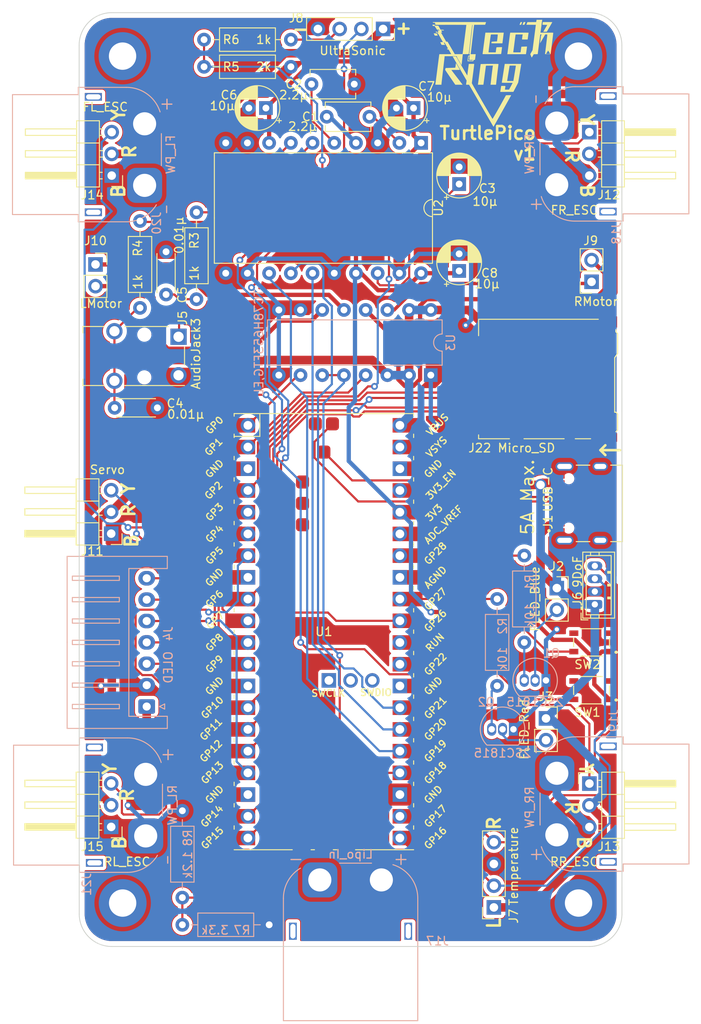
<source format=kicad_pcb>
(kicad_pcb (version 20221018) (generator pcbnew)
  (layers (0 "F.Cu" signal) (31 "B.Cu" signal) (34 "B.Paste" user) (35 "F.Paste" user) (36 "B.SilkS" user "B.Silkscreen") (37 "F.SilkS" user "F.Silkscreen") (38 "B.Mask" user) (39 "F.Mask" user) (44 "Edge.Cuts" user))
  (net 0 "")
  (net 1 "Net-(U2-CAPP)")
  (net 2 "Net-(U2-CAPM)")
  (net 3 "Net-(U2-VNEG)")
  (net 4 "GND")
  (net 5 "Net-(U2-LDOO)")
  (net 6 "Net-(C4-Pad1)")
  (net 7 "Net-(C5-Pad1)")
  (net 8 "+3.3V")
  (net 9 "+5V")
  (net 11 "Net-(J1-DP1)")
  (net 12 "Net-(J1-DN1)")
  (net 16 "Net-(J2-Pin_2)")
  (net 17 "Net-(J3-Pin_2)")
  (net 18 "/GP11")
  (net 19 "/GP10")
  (net 20 "/GP13")
  (net 21 "/GP9")
  (net 22 "/GP8")
  (net 23 "/GP16")
  (net 24 "/GP17")
  (net 25 "/GP15")
  (net 26 "Net-(J8-Pin_3)")
  (net 27 "Net-(J9-Pin_1)")
  (net 28 "Net-(J9-Pin_2)")
  (net 29 "Net-(J10-Pin_1)")
  (net 30 "Net-(J10-Pin_2)")
  (net 31 "/GP7")
  (net 32 "/GP2")
  (net 33 "/GP3")
  (net 34 "/GP4")
  (net 35 "/GP5")
  (net 36 "/GP6")
  (net 37 "/GP12")
  (net 38 "+12V")
  (net 39 "Net-(Q1-B)")
  (net 40 "Net-(Q2-B)")
  (net 41 "/GP28")
  (net 42 "/GP27")
  (net 43 "Net-(U2-OUTR)")
  (net 44 "Net-(U2-OUTL)")
  (net 45 "/GP14")
  (net 46 "/GP26")
  (net 47 "/GP22")
  (net 48 "/GP0")
  (net 49 "/GP1")
  (net 50 "/GP18")
  (net 51 "/GP19")
  (net 52 "/GP20")
  (net 53 "/GP21")
  (footprint "MountingHole:MountingHole_3.2mm_M3_DIN965_Pad" (layer "F.Cu") (at 119.38 134.62)
    (fp_text reference "REF**")
    (fp_text value "MountingHole_3.2mm_M3_DIN965_Pad")
  )
  (footprint "Resistor_THT:R_Axial_DIN0207_L6.3mm_D2.5mm_P10.16mm_Horizontal" (layer "F.Cu") (at 128.905 36.83)
    (fp_text reference "R5")
    (fp_text value "2k")
  )
  (footprint "Connector_PinHeader_2.54mm:PinHeader_1x03_P2.54mm_Horizontal" (layer "F.Cu") (at 173.99 120.65)
    (fp_text reference "J13")
    (fp_text value "RR_ESC")
  )
  (footprint "Resistor_THT:R_Axial_DIN0207_L6.3mm_D2.5mm_P10.16mm_Horizontal" (layer "F.Cu") (at 139.065 33.655 180)
    (fp_text reference "R6")
    (fp_text value "1k")
  )
  (footprint "MountingHole:MountingHole_3.2mm_M3_DIN965_Pad" (layer "F.Cu") (at 172.72 134.62)
    (fp_text reference "REF**")
    (fp_text value "MountingHole_3.2mm_M3_DIN965_Pad")
  )
  (footprint "NELTRON_5077CR-16SMC2-BK-TR:NELTRON_5077CR-16SMC2-BK-TR" (layer "F.Cu") (at 171.58 87.886 90)
    (fp_text reference "J1")
    (fp_text value "USB-C")
  )
  (footprint "Connector_Audio:Jack_3.5mm_Switronic_ST-005-G_horizontal" (layer "F.Cu") (at 119.42 70.652)
    (fp_text reference "J5")
    (fp_text value "AudioJack3")
  )
  (footprint "Connector_PinSocket_2.54mm:PinSocket_1x02_P2.54mm_Vertical" (layer "F.Cu") (at 116.205 59.944)
    (fp_text reference "J10")
    (fp_text value "LMotor")
  )
  (footprint "Connector_PinSocket_2.54mm:PinSocket_1x02_P2.54mm_Vertical" (layer "F.Cu") (at 174.244 61.976 180)
    (fp_text reference "J9")
    (fp_text value "RMotor")
  )
  (footprint "Connector_PinHeader_2.54mm:PinHeader_1x03_P2.54mm_Horizontal" (layer "F.Cu") (at 118.1 49.555 180)
    (fp_text reference "J14")
    (fp_text value "FL_ESC")
  )
  (footprint "Capacitor_THT:C_Disc_D4.3mm_W1.9mm_P5.00mm" (layer "F.Cu") (at 124.46 63.46 90)
    (fp_text reference "C5")
    (fp_text value "0.01µ")
  )
  (footprint "TechRing:TechRing" (layer "F.Cu") (at 162.532293 37.170422)
    (fp_text reference "G***")
    (fp_text value "LOGO" hide)
  )
  (footprint "SW_SKRPACE010:SW_SKRPACE010" (layer "F.Cu") (at 174.244 104.14 180)
    (fp_text reference "SW2")
    (fp_text value "SW_Push")
  )
  (footprint "Capacitor_THT:CP_Radial_D5.0mm_P2.00mm" (layer "F.Cu") (at 153.416 41.656 180)
    (fp_text reference "C7")
    (fp_text value "10µ")
  )
  (footprint "Resistor_THT:R_Axial_DIN0207_L6.3mm_D2.5mm_P10.16mm_Horizontal" (layer "F.Cu") (at 121.412 54.864 -90)
    (fp_text reference "R4")
    (fp_text value "1k")
  )
  (footprint "Capacitor_THT:C_Disc_D5.1mm_W3.2mm_P5.00mm" (layer "F.Cu") (at 148.256 42.672 180)
    (fp_text reference "C1")
    (fp_text value "2.2µ")
  )
  (footprint "Connector_PinSocket_2.54mm:PinSocket_1x04_P2.54mm_Vertical" (layer "F.Cu") (at 162.814 135.128 180)
    (fp_text reference "J7")
    (fp_text value "Temperature")
  )
  (footprint "Connector_PinHeader_2.54mm:PinHeader_1x03_P2.54mm_Horizontal" (layer "F.Cu") (at 173.98 44.475)
    (fp_text reference "J12")
    (fp_text value "FR_ESC")
  )
  (footprint "Connector_PinSocket_2.54mm:PinSocket_1x02_P2.54mm_Vertical" (layer "F.Cu") (at 168.91 113.03)
    (fp_text reference "J3")
    (fp_text value "FLED_Red")
  )
  (footprint "Connector_PinSocket_2.54mm:PinSocket_1x04_P2.54mm_Vertical" (layer "F.Cu") (at 149.85 32.41 -90)
    (fp_text reference "J8")
    (fp_text value "UltraSonic")
  )
  (footprint "Connector_PinHeader_2.54mm:PinHeader_1x03_P2.54mm_Horizontal" (layer "F.Cu") (at 118.04 91.425 180)
    (fp_text reference "J11")
    (fp_text value "Servo")
  )
  (footprint "RPi_Pico:RPi_Pico_SMD_TH" (layer "F.Cu") (at 142.9259 102.885)
    (fp_text reference "U1")
    (fp_text value "Pico")
  )
  (footprint "Connector_Card:microSD_HC_Hirose_DM3AT-SF-PEJM5" (layer "F.Cu") (at 168.91 73.35 90)
    (fp_text reference "J22")
    (fp_text value "Micro_SD")
  )
  (footprint "SW_SKRPACE010:SW_SKRPACE010" (layer "F.Cu") (at 174.244 109.728 180)
    (fp_text reference "SW1")
    (fp_text value "SW_Push")
  )
  (footprint "Capacitor_THT:CP_Radial_D5.0mm_P2.00mm" (layer "F.Cu") (at 158.75 50.546 90)
    (fp_text reference "C3")
    (fp_text value "10µ")
  )
  (footprint "Connector_PinHeader_2.54mm:PinHeader_1x03_P2.54mm_Horizontal" (layer "F.Cu") (at 118.04 125.715 180)
    (fp_text reference "J15")
    (fp_text value "RL_ESC")
  )
  (footprint "Connector_PinSocket_2.54mm:PinSocket_1x02_P2.54mm_Vertical" (layer "F.Cu") (at 170.18 97.79)
    (fp_text reference "J2")
    (fp_text value "FLED_Blue")
  )
  (footprint "PCM5102A:PCM5102A_DIP" (layer "F.Cu") (at 154.3 45.73 -90)
    (fp_text reference "U2")
    (fp_text value "PCM5102A")
  )
  (footprint "MountingHole:MountingHole_3.2mm_M3_DIN965_Pad" (layer "F.Cu") (at 119.37 35.585)
    (fp_text reference "REF**")
    (fp_text value "MountingHole_3.2mm_M3_DIN965_Pad")
  )
  (footprint "MountingHole:MountingHole_3.2mm_M3_DIN965_Pad" (layer "F.Cu") (at 172.71 35.585)
    (fp_text reference "REF**")
    (fp_text value "MountingHole_3.2mm_M3_DIN965_Pad")
  )
  (footprint "Capacitor_THT:CP_Radial_D5.0mm_P2.00mm" (layer "F.Cu") (at 158.75 60.706 90)
    (fp_text reference "C8")
    (fp_text value "10µ")
  )
  (footprint "Capacitor_THT:CP_Radial_D5.0mm_P2.00mm" (layer "F.Cu") (at 136.144 41.656 180)
    (fp_text reference "C6")
    (fp_text value "10µ")
  )
  (footprint "Resistor_THT:R_Axial_DIN0207_L6.3mm_D2.5mm_P10.16mm_Horizontal" (layer "F.Cu") (at 128.016 53.848 -90)
    (fp_text reference "R3")
    (fp_text value "1k")
  )
  (footprint "Connector_JST_ZH:JST_ZH_B4B-ZR_1x04_P1.50mm_Vertical" (layer "F.Cu") (at 174.625 99.695 90)
    (fp_text reference "J6")
    (fp_text value "9DoF")
  )
  (footprint "Capacitor_THT:C_Disc_D5.1mm_W3.2mm_P5.00mm" (layer "F.Cu") (at 141.478 38.862)
    (fp_text reference "C2")
    (fp_text value "2.2µ")
  )
  (footprint "Capacitor_THT:C_Disc_D4.3mm_W1.9mm_P5.00mm" (layer "F.Cu") (at 118.444 76.708)
    (fp_text reference "C4")
    (fp_text value "0.01µ")
  )
  (footprint "Connector_AMASS:AMASS_XT60PW-F_1x02_P7.20mm_Horizontal" (layer "B.Cu") (at 170.18 119.444 90)
    (fp_text reference "J19")
    (fp_text value "RR_PW")
  )
  (footprint "Package_DIP:DIP-16_W7.62mm" (layer "B.Cu") (at 155.433 72.888 90)
    (fp_text reference "U3")
    (fp_text value "TC78H653FTG,EL")
  )
  (footprint "Package_TO_SOT_THT:TO-92_Inline" (layer "B.Cu") (at 165.1 114.3 180)
    (fp_text reference "Q2")
    (fp_text value "2SC1815")
  )
  (footprint "Connector_AMASS:AMASS_XT60PW-F_1x02_P7.20mm_Horizontal" (layer "B.Cu") (at 121.951 50.698 -90)
    (fp_text reference "J20")
    (fp_text value "FL_PW")
  )
  (footprint "Resistor_THT:R_Axial_DIN0207_L6.3mm_D2.5mm_P10.16mm_Horizontal" (layer "B.Cu") (at 163.195 109.22 90)
    (fp_text reference "R2")
    (fp_text value "10k")
  )
  (footprint "Resistor_THT:R_Axial_DIN0207_L6.3mm_D2.5mm_P10.16mm_Horizontal" (layer "B.Cu") (at 166.37 104.14 90)
    (fp_text reference "R1")
    (fp_text value "10k")
  )
  (footprint "Connector_JST:JST_XH_S7B-XH-A_1x07_P2.50mm_Horizontal" (layer "B.Cu") (at 122.195 111.64 90)
    (fp_text reference "J4")
    (fp_text value "OLED")
  )
  (footprint "Connector_AMASS:AMASS_XT60PW-F_1x02_P7.20mm_Horizontal" (layer "B.Cu") (at 122.078 126.771 -90)
    (fp_text reference "J21")
    (fp_text value "RL_PW")
  )
  (footprint "Connector_AMASS:AMASS_XT60PW-F_1x02_P7.20mm_Horizontal" (layer "B.Cu") (at 170.17 43.415 90)
    (fp_text reference "J18")
    (fp_text value "FR_PW")
  )
  (footprint "Resistor_THT:R_Axial_DIN0207_L6.3mm_D2.5mm_P10.16mm_Horizontal" (layer "B.Cu") (at 126.365 133.985 90)
    (fp_text reference "R8")
    (fp_text value "1.2k")
  )
  (footprint "Resistor_THT:R_Axial_DIN0207_L6.3mm_D2.5mm_P10.16mm_Horizontal" (layer "B.Cu") (at 136.525 137.16 180)
    (fp_text reference "R7")
    (fp_text value "3.3k")
  )
  (footprint "Package_TO_SOT_THT:TO-92_Inline" (layer "B.Cu") (at 168.91 108.585 180)
    (fp_text reference "Q1")
    (fp_text value "2SC1815")
  )
  (footprint "Connector_AMASS:AMASS_XT60PW-M_1x02_P7.20mm_Horizontal" (layer "B.Cu") (at 142.45 131.915)
    (fp_text reference "J17")
    (fp_text value "Lipo_In")
  )
  (gr_line (start 177.79 34.315) (end 177.8 135.89) (stroke (width 0.1)) (layer "Edge.Cuts"))
  (gr_line (start 118.1 30.505) (end 173.98 30.505) (stroke (width 0.1)) (layer "Edge.Cuts"))
  (gr_line (start 173.99 139.7) (end 118.11 139.7) (stroke (width 0.1)) (layer "Edge.Cuts"))
  (gr_arc (start 173.98 30.505) (mid 176.674077 31.620923) (end 177.79 34.315) (stroke (width 0.1)) (layer "Edge.Cuts"))
  (gr_arc (start 114.29 34.315) (mid 115.405923 31.620923) (end 118.1 30.505) (stroke (width 0.1)) (layer "Edge.Cuts"))
  (gr_line (start 114.3 135.89) (end 114.29 34.315) (stroke (width 0.1)) (layer "Edge.Cuts"))
  (gr_arc (start 177.8 135.89) (mid 176.684077 138.584077) (end 173.99 139.7) (stroke (width 0.1)) (layer "Edge.Cuts"))
  (gr_arc (start 118.11 139.7) (mid 115.415923 138.584077) (end 114.3 135.89) (stroke (width 0.1)) (layer "Edge.Cuts"))
  (gr_text "Y" (at 118.745 119.761 90) (layer "F.SilkS") (effects (font (size 1.5 1.5) (thickness 0.3) bold) (justify left bottom)))
  (gr_text "5A Max." (at 167.64 91.694 90) (layer "F.SilkS") (effects (font (size 1.5 1.5) (thickness 0.1875)) (justify left bottom)))
  (gr_text "←" (at 174.371 83.185) (layer "F.SilkS") (effects (font (size 3 3) (thickness 0.3) bold) (justify left bottom)))
  (gr_text "R" (at 171.069 46.355 -90) (layer "F.SilkS") (effects (font (size 1.5 1.5) (thickness 0.3) bold) (justify left bottom)))
  (gr_text "B" (at 119.888 128.524 90) (layer "F.SilkS") (effects (font (size 1.5 1.5) (thickness 0.3) bold) (justify left bottom)))
  (gr_text "L" (at 163.703 137.795 90) (layer "F.SilkS") (effects (font (size 1.5 1.5) (thickness 0.3) bold) (justify left bottom)))
  (gr_text "R" (at 120.9548 89.662 90) (layer "F.SilkS") (effects (font (size 1.5 1.5) (thickness 0.3) bold) (justify left bottom)))
  (gr_text "+" (at 151.13 33.147) (layer "F.SilkS") (effects (font (size 1.5 1.5) (thickness 0.3) bold) (justify left bottom)))
  (gr_text "R" (at 120.777 122.936 90) (layer "F.SilkS") (effects (font (size 1.5 1.5) (thickness 0.3) bold) (justify left bottom)))
  (gr_text "R" (at 163.703 126.238 90) (layer "F.SilkS") (effects (font (size 1.5 1.5) (thickness 0.3) bold) (justify left bottom)))
  (gr_text "Y" (at 172.72 118.11 -90) (layer "F.SilkS") (effects (font (size 1.5 1.5) (thickness 0.3) bold) (justify left bottom)))
  (gr_text "R" (at 121.0564 47.7012 90) (layer "F.SilkS") (effects (font (size 1.5 1.5) (thickness 0.3) bold) (justify left bottom)))
  (gr_text "B" (at 121.285 93.218 90) (layer "F.SilkS") (effects (font (size 1.5 1.5) (thickness 0.3) bold) (justify left bottom)))
  (gr_text "Y" (at 120.904 86.995 90) (layer "F.SilkS") (effects (font (size 1.5 1.5) (thickness 0.3) bold) (justify left bottom)))
  (gr_text "Y" (at 172.847 42.164 -90) (layer "F.SilkS") (effects (font (size 1.5 1.5) (thickness 0.3) bold) (justify left bottom)))
  (gr_text "B" (at 172.847 50.419 -90) (layer "F.SilkS") (effects (font (size 1.5 1.5) (thickness 0.3) bold) (justify left bottom)))
  (gr_text "-" (at 139.065 33.274) (layer "F.SilkS") (effects (font (size 1.5 1.5) (thickness 0.3) bold) (justify left bottom)))
  (gr_text "B" (at 172.466 126.619 -90) (layer "F.SilkS") (effects (font (size 1.5 1.5) (thickness 0.3) bold) (justify left bottom)))
  (gr_text "Y" (at 119.761 43.307 90) (layer "F.SilkS") (effects (font (size 1.5 1.5) (thickness 0.3) bold) (justify left bottom)))
  (gr_text "TurtlePico\nv1" (at 167.894 47.879) (layer "F.SilkS") (effects (font (size 1.5 1.5) (thickness 0.3) bold) (justify right bottom)))
  (gr_text "B" (at 119.761 52.324 90) (layer "F.SilkS") (effects (font (size 1.5 1.5) (thickness 0.3) bold) (justify left bottom)))
  (gr_text "R" (at 171.069 122.555 -90) (layer "F.SilkS") (effects (font (size 1.5 1.5) (thickness 0.3) bold) (justify left bottom)))
  (segment (start 148.702 42.672) (end 148.256 42.672) (width 0.25) (layer "F.Cu") (net 1))
  (segment (start 151.76 45.73) (end 148.702 42.672) (width 0.25) (layer "F.Cu") (net 1))
  (segment (start 143.256 42.672) (end 143.622 42.672) (width 0.5) (layer "B.Cu") (net 2))
  (segment (start 143.622 42.672) (end 146.68 45.73) (width 0.5) (layer "B.Cu") (net 2))
  (segment (start 144.14 45.73) (end 141.478 43.068) (width 0.25) (layer "F.Cu") (net 3))
  (segment (start 141.478 43.068) (end 141.478 38.862) (width 0.25) (layer "F.Cu") (net 3))
  (segment (start 138.47 36.83) (end 139.065 36.83) (width 0.5) (layer "F.Cu") (net 4))
  (segment (start 165.485 80.328554) (end 165.485 80.175) (width 0.5) (layer "F.Cu") (net 4))
  (segment (start 170.515 84.131) (end 171.08 83.566) (width 0.5) (layer "F.Cu") (net 4))
  (segment (start 134.144 41.656) (end 134.144 41.156) (width 0.5) (layer "F.Cu") (net 4))
  (segment (start 134.144 45.566) (end 133.98 45.73) (width 1) (layer "F.Cu") (net 4))
  (segment (start 134.144 41.156) (end 138.47 36.83) (width 0.5) (layer "F.Cu") (net 4))
  (segment (start 170.515 84.686) (end 170.515 84.131) (width 0.5) (layer "F.Cu") (net 4))
  (via (at 156.21 78.74) (size 0.8) (drill 0.4) (layers "F.Cu" "B.Cu") (net 4))
  (via (at 159.512 67.056) (size 0.8) (drill 0.4) (layers "F.Cu" "B.Cu") (net 4))
  (via (at 170.18 102.616) (size 0.8) (drill 0.5) (layers "F.Cu" "B.Cu") (net 4))
  (via (at 120.015 123.19) (size 0.8) (drill 0.5) (layers "F.Cu" "B.Cu") (net 4))
  (via (at 116.84 109.22) (size 0.8) (drill 0.5) (layers "F.Cu" "B.Cu") (net 4))
  (segment (start 170.17 43.415) (end 170.17 38.125) (width 1) (layer "B.Cu") (net 4))
  (segment (start 133.98 60.97) (end 137.653 64.643) (width 0.5) (layer "B.Cu") (net 4))
  (segment (start 145.39 59.72) (end 150.51 59.72) (width 0.5) (layer "B.Cu") (net 4))
  (segment (start 135.159952 59.27) (end 142.594163 59.27) (width 0.5) (layer "B.Cu") (net 4))
  (segment (start 142.594163 59.27) (end 144.14 60.815837) (width 0.5) (layer "B.Cu") (net 4))
  (segment (start 155.433 77.963) (end 156.21 78.74) (width 0.5) (layer "B.Cu") (net 4))
  (segment (start 160.149502 66.418498) (end 159.512 67.056) (width 0.5) (layer "B.Cu") (net 4))
  (segment (start 116.92 109.14) (end 116.84 109.22) (width 0.5) (layer "B.Cu") (net 4))
  (segment (start 122.195 109.14) (end 116.92 109.14) (width 0.5) (layer "B.Cu") (net 4))
  (segment (start 168.91 110.49) (end 168.91 108.585) (width 0.5) (layer "B.Cu") (net 4))
  (segment (start 165.1 114.3) (end 168.91 110.49) (width 0.5) (layer "B.Cu") (net 4))
  (segment (start 170.17 38.125) (end 172.71 35.585) (width 1) (layer "B.Cu") (net 4))
  (segment (start 168.91 108.585) (end 168.91 103.886) (width 0.5) (layer "B.Cu") (net 4))
  (segment (start 170.17 43.415) (end 170.17 45.745) (width 1) (layer "B.Cu") (net 4))
  (segment (start 158.75 58.706) (end 154.024 58.706) (width 0.5) (layer "B.Cu") (net 4))
  (segment (start 122.047 126.644) (end 122.047 125.222) (width 0.5) (layer "B.Cu") (net 4))
  (segment (start 137.653 65.268) (end 137.653 72.888) (width 0.5) (layer "B.Cu") (net 4))
  (segment (start 160.149502 58.974132) (end 160.149502 66.418498) (width 0.5) (layer "B.Cu") (net 4))
  (segment (start 155.433 72.888) (end 155.433 77.963) (width 0.5) (layer "B.Cu") (net 4))
  (segment (start 126.365 123.825) (end 124.866 123.825) (width 0.5) (layer "B.Cu") (net 4))
  (segment (start 154.024 58.706) (end 151.76 60.97) (width 0.5) (layer "B.Cu") (net 4))
  (segment (start 124.866 123.825) (end 122.047 126.644) (width 0.5) (layer "B.Cu") (net 4))
  (segment (start 149.22 45.73) (end 149.22 43.852) (width 1) (layer "B.Cu") (net 4))
  (segment (start 168.91 103.886) (end 170.18 102.616) (width 0.5) (layer "B.Cu") (net 4))
  (segment (start 137.653 64.643) (end 137.653 65.268) (width 0.5) (layer "B.Cu") (net 4))
  (segment (start 150.51 59.72) (end 151.76 60.97) (width 0.5) (layer "B.Cu") (net 4))
  (segment (start 158.75 58.706) (end 159.88137 58.706) (width 0.5) (layer "B.Cu") (net 4))
  (segment (start 133.98 60.97) (end 133.98 60.449952) (width 0.5) (layer "B.Cu") (net 4))
  (segment (start 170.18 119.444) (end 170.18 121.92) (width 1) (layer "B.Cu") (net 4))
  (segment (start 170.17 45.745) (end 173.98 49.555) (width 1) (layer "B.Cu") (net 4))
  (segment (start 144.14 60.815837) (end 144.14 60.97) (width 0.5) (layer "B.Cu") (net 4))
  (segment (start 144.14 60.97) (end 145.39 59.72) (width 0.5) (layer "B.Cu") (net 4))
  (segment (start 170.18 121.92) (end 173.99 125.73) (width 1) (layer "B.Cu") (net 4))
  (segment (start 149.22 43.852) (end 151.416 41.656) (width 1) (layer "B.Cu") (net 4))
  (segment (start 159.88137 58.706) (end 160.149502 58.974132) (width 0.5) (layer "B.Cu") (net 4))
  (segment (start 133.98 60.449952) (end 135.159952 59.27) (width 0.5) (layer "B.Cu") (net 4))
  (segment (start 122.047 125.222) (end 120.015 123.19) (width 0.5) (layer "B.Cu") (net 4))
  (segment (start 152.908 56.388) (end 158.75 50.546) (width 0.25) (layer "F.Cu") (net 5))
  (segment (start 151.939084 62.381907) (end 152.908 61.412991) (width 0.25) (layer "F.Cu") (net 5))
  (segment (start 149.22 60.97) (end 149.22 62.10137) (width 0.25) (layer "F.Cu") (net 5))
  (segment (start 152.908 61.412991) (end 152.908 56.388) (width 0.25) (layer "F.Cu") (net 5))
  (segment (start 149.500537 62.381907) (end 151.939084 62.381907) (width 0.25) (layer "F.Cu") (net 5))
  (segment (start 149.22 62.10137) (end 149.500537 62.381907) (width 0.25) (layer "F.Cu") (net 5))
  (segment (start 121.148 65.024) (end 121.412 65.024) (width 0.25) (layer "F.Cu") (net 6))
  (segment (start 118.42 67.752) (end 118.42 76.684) (width 0.25) (layer "F.Cu") (net 6))
  (segment (start 118.42 76.684) (end 118.444 76.708) (width 0.25) (layer "F.Cu") (net 6))
  (segment (start 118.42 67.752) (end 121.148 65.024) (width 0.25) (layer "F.Cu") (net 6))
  (segment (start 125.436 63.46) (end 123.952 63.46) (width 0.25) (layer "F.Cu") (net 7))
  (segment (start 125.984 68.338) (end 125.92 68.402) (width 0.25) (layer "F.Cu") (net 7))
  (segment (start 125.984 64.008) (end 125.984 68.338) (width 0.25) (layer "F.Cu") (net 7))
  (segment (start 125.984 64.008) (end 128.016 64.008) (width 0.25) (layer "F.Cu") (net 7))
  (segment (start 125.984 64.008) (end 125.436 63.46) (width 0.25) (layer "F.Cu") (net 7))
  (segment (start 146.68 60.97) (end 147.275458 60.97) (width 0.5) (layer "F.Cu") (net 8))
  (segment (start 136.144 41.656) (end 141.6 36.2) (width 0.5) (layer "F.Cu") (net 8))
  (segment (start 147.275458 60.97) (end 149.262365 62.956907) (width 0.5) (layer "F.Cu") (net 8))
  (segment (start 158.486 60.97) (end 158.75 60.706) (width 0.5) (layer "F.Cu") (net 8))
  (segment (start 147.96 36.2) (end 153.416 41.656) (width 0.5) (layer "F.Cu") (net 8))
  (segment (start 169.742767 103.84) (end 166.486767 100.584) (width 0.5) (layer "F.Cu") (net 8))
  (segment (start 141.6 36.2) (end 147.96 36.2) (width 0.5) (layer "F.Cu") (net 8))
  (segment (start 153.416 41.656) (end 153.416 44.846) (width 0.5) (layer "F.Cu") (net 8))
  (segment (start 152.313093 62.956907) (end 154.3 60.97) (width 0.5) (layer "F.Cu") (net 8))
  (segment (start 149.262365 62.956907) (end 152.313093 62.956907) (width 0.5) (layer "F.Cu") (net 8))
  (segment (start 174.565 106.105) (end 174.565 109.049) (width 0.5) (layer "F.Cu") (net 8))
  (segment (start 153.416 44.846) (end 154.3 45.73) (width 0.5) (layer "F.Cu") (net 8))
  (segment (start 175.455 105.215) (end 174.565 106.105) (width 0.5) (layer "F.Cu") (net 8))
  (segment (start 166.486767 100.584) (end 155.448 100.584) (width 0.5) (layer "F.Cu") (net 8))
  (segment (start 154.3 60.97) (end 158.486 60.97) (width 0.5) (layer "F.Cu") (net 8))
  (segment (start 136.52 45.73) (end 136.52 42.032) (width 0.5) (layer "F.Cu") (net 8))
  (segment (start 136.52 42.032) (end 136.144 41.656) (width 0.5) (layer "F.Cu") (net 8))
  (segment (start 154.3 45.73) (end 146.68 53.35) (width 0.5) (layer "F.Cu") (net 8))
  (segment (start 174.565 106.105) (end 172.3 103.84) (width 0.5) (layer "F.Cu") (net 8))
  (segment (start 146.68 53.35) (end 146.68 60.97) (width 0.5) (layer "F.Cu") (net 8))
  (segment (start 174.565 109.049) (end 176.319 110.803) (width 0.5) (layer "F.Cu") (net 8))
  (segment (start 172.3 103.84) (end 169.742767 103.84) (width 0.5) (layer "F.Cu") (net 8))
  (segment (start 176.319 105.215) (end 175.455 105.215) (width 0.5) (layer "F.Cu") (net 8))
  (via (at 155.448 100.584) (size 0.8) (drill 0.4) (layers "F.Cu" "B.Cu") (net 8))
  (segment (start 153.1159 90.215) (end 151.8159 88.915) (width 0.5) (layer "B.Cu") (net 8))
  (segment (start 146.68 60.97) (end 146.563 61.087) (width 0.5) (layer "B.Cu") (net 8))
  (segment (start 153.1159 98.2519) (end 153.1159 90.215) (width 0.5) (layer "B.Cu") (net 8))
  (segment (start 155.448 100.584) (end 153.1159 98.2519) (width 0.5) (layer "B.Cu") (net 8))
  (segment (start 146.563 75.924418) (end 145.835 76.652418) (width 0.5) (layer "B.Cu") (net 8))
  (segment (start 146.563 61.087) (end 146.563 75.924418) (width 0.5) (layer "B.Cu") (net 8))
  (segment (start 145.835 82.9341) (end 151.8159 88.915) (width 0.5) (layer "B.Cu") (net 8))
  (segment (start 145.835 76.652418) (end 145.835 82.9341) (width 0.5) (layer "B.Cu") (net 8))
  (segment (start 175.53 42.925) (end 172.61 40.005) (width 1) (layer "F.Cu") (net 9))
  (segment (start 120.07 72.97) (end 120.07 86.855) (width 1) (layer "F.Cu") (net 9))
  (segment (start 147.01 35.25) (end 149.85 32.41) (width 1) (layer "F.Cu") (net 9))
  (segment (start 175.54 126.850252) (end 175.54 124.74) (width 1) (layer "F.Cu") (net 9))
  (segment (start 122.195 113.39) (end 118.11 117.475) (width 1) (layer "F.Cu") (net 9))
  (segment (start 175.182081 47.015) (end 175.53 46.667081) (width 1) (layer "F.Cu") (net 9))
  (segment (start 116.49 92.995) (end 118.11 94.615) (width 1) (layer "F.Cu") (net 9))
  (segment (start 175.54 124.74) (end 173.99 123.19) (width 1) (layer "F.Cu") (net 9))
  (segment (start 162.814 135.128) (end 167.262252 135.128) (width 1) (layer "F.Cu") (net 9))
  (segment (start 160.02 32.41) (end 149.85 32.41) (width 1) (layer "F.Cu") (net 9))
  (segment (start 121.92 71.12) (end 120.07 72.97) (width 1) (layer "F.Cu") (net 9))
  (segment (start 118.04 88.885) (end 117.49 88.885) (width 1) (layer "F.Cu") (net 9))
  (segment (start 162.59 67.975) (end 172.309 67.975) (width 1) (layer "F.Cu") (net 9))
  (segment (start 167.615 40.005) (end 160.02 32.41) (width 1) (layer "F.Cu") (net 9))
  (segment (start 170.515 90.286) (end 169.429 90.286) (width 0.5) (layer "F.Cu") (net 9))
  (segment (start 174.244 66.04) (end 174.244 65.716) (width 1) (layer "F.Cu") (net 9))
  (segment (start 175.53 46.667081) (end 175.53 42.925) (width 1) (layer "F.Cu") (net 9))
  (segment (start 161.29 73.83) (end 162.54 73.83) (width 1) (layer "F.Cu") (net 9))
  (segment (start 173.736 51.991032) (end 175.53 50.197032) (width 1) (layer "F.Cu") (net 9))
  (segment (start 150.353 72.888) (end 148.585 71.12) (width 1) (layer "F.Cu") (net 9))
  (segment (start 168.275 91.44) (end 169.24 90.475) (width 1) (layer "F.Cu") (net 9))
  (segment (start 162.59 67.975) (end 159.883 65.268) (width 1) (layer "F.Cu") (net 9))
  (segment (start 118.04 88.885) (end 120.07 86.855) (width 1) (layer "F.Cu") (net 9))
  (segment (start 168.275 85.725) (end 168.514 85.486) (width 1) (layer "F.Cu") (net 9))
  (segment (start 167.262252 135.128) (end 175.54 126.850252) (width 1) (layer "F.Cu") (net 9))
  (segment (start 170.18 97.79) (end 168.275 95.885) (width 1) (layer "F.Cu") (net 9))
  (segment (start 151.8159 78.755) (end 154.1759 78.755) (width 1) (layer "F.Cu") (net 9))
  (segment (start 152.893 65.268) (end 152.893 72.888) (width 1) (layer "F.Cu") (net 9))
  (segment (start 173.736 54.356) (end 173.736 51.991032) (width 1) (layer "F.Cu") (net 9))
  (segment (start 162.59 73.78) (end 162.59 67.975) (width 1) (layer "F.Cu") (net 9))
  (segment (start 173.98 47.015) (end 175.182081 47.015) (width 1) (layer "F.Cu") (net 9))
  (segment (start 148.585 71.12) (end 121.92 71.12) (width 1) (layer "F.Cu") (net 9))
  (segment (start 126.583679 47.015) (end 138.348679 35.25) (width 1) (layer "F.Cu") (net 9))
  (segment (start 138.348679 35.25) (end 147.01 35.25) (width 1) (layer "F.Cu") (net 9))
  (segment (start 122.195 111.64) (end 122.195 113.39) (width 1) (layer "F.Cu") (net 9))
  (segment (start 169.429 90.286) (end 169.24 90.475) (width 0.5) (layer "F.Cu") (net 9))
  (segment (start 170.515 85.486) (end 169.24 85.486) (width 0.5) (layer "F.Cu") (net 9))
  (segment (start 168.275 95.885) (end 168.275 91.44) (width 1) (layer "F.Cu") (net 9))
  (segment (start 118.1 47.015) (end 126.583679 47.015) (width 1) (layer "F.Cu") (net 9))
  (segment (start 116.49 119.095) (end 116.49 121.625) (width 1) (layer "F.Cu") (net 9))
  (segment (start 168.514 85.486) (end 169.24 85.486) (width 1) (layer "F.Cu") (net 9))
  (segment (start 172.309 67.975) (end 174.244 66.04) (width 1) (layer "F.Cu") (net 9))
  (segment (start 162.54 73.83) (end 162.59 73.78) (width 1) (layer "F.Cu") (net 9))
  (segment (start 116.49 89.885) (end 116.49 92.995) (width 1) (layer "F.Cu") (net 9))
  (segment (start 118.11 94.615) (end 118.11 117.475) (width 1) (layer "F.Cu") (net 9))
  (segment (start 175.53 48.565) (end 173.98 47.015) (width 1) (layer "F.Cu") (net 9))
  (segment (start 175.53 50.197032) (end 175.53 48.565) (width 1) (layer "F.Cu") (net 9))
  (segment (start 159.883 65.268) (end 155.433 65.268) (width 1) (layer "F.Cu") (net 9))
  (segment (start 172.61 40.005) (end 167.615 40.005) (width 1) (layer "F.Cu") (net 9))
  (segment (start 116.49 121.625) (end 118.04 123.175) (width 1) (layer "F.Cu") (net 9))
  (segment (start 176.784 57.404) (end 173.736 54.356) (width 1) (layer "F.Cu") (net 9))
  (segment (start 154.1759 78.755) (end 161.1459 85.725) (width 1) (layer "F.Cu") (net 9))
  (segment (start 176.784 63.176) (end 176.784 57.404) (width 1) (layer "F.Cu") (net 9))
  (segment (start 118.11 117.475) (end 116.49 119.095) (width 1) (layer "F.Cu") (net 9))
  (segment (start 174.244 65.716) (end 176.784 63.176) (width 1) (layer "F.Cu") (net 9))
  (segment (start 117.49 88.885) (end 116.49 89.885) (width 1) (layer "F.Cu") (net 9))
  (segment (start 161.1459 85.725) (end 168.275 85.725) (width 1) (layer "F.Cu") (net 9))
  (via (at 168.275 85.725) (size 1.4) (drill 1) (layers "F.Cu" "B.Cu") (net 9))
  (segment (start 175.54 121.92) (end 175.54 119.1) (width 1) (layer "B.Cu") (net 9))
  (segment (start 169.47 113.03) (end 168.91 113.03) (width 1) (layer "B.Cu") (net 9))
  (segment (start 174.625 99.695) (end 174.625 107.315) (width 1) (layer "B.Cu") (net 9))
  (segment (start 170.18 95.668679) (end 170.18 97.79) (width 1) (layer "B.Cu") (net 9))
  (segment (start 174.27 123.19) (end 175.54 121.92) (width 1) (layer "B.Cu") (net 9))
  (segment (start 155.433 65.268) (end 152.893 65.268) (width 1) (layer "B.Cu") (net 9))
  (segment (start 175.54 119.1) (end 169.47 113.03) (width 1) (layer "B.Cu") (net 9))
  (segment (start 168.275 85.725) (end 168.275 93.763679) (width 1) (layer "B.Cu") (net 9))
  (segment (start 173.99 123.19) (end 174.27 123.19) (width 1) (layer "B.Cu") (net 9))
  (segment (start 168.275 93.763679) (end 170.18 95.668679) (width 1) (layer "B.Cu") (net 9))
  (segment (start 172.085 99.695) (end 170.18 97.79) (width 1) (layer "B.Cu") (net 9))
  (segment (start 152.893 77.6779) (end 151.8159 78.755) (width 1) (layer "B.Cu") (net 9))
  (segment (start 152.893 72.888) (end 152.893 77.6779) (width 1) (layer "B.Cu") (net 9))
  (segment (start 174.625 99.695) (end 172.085 99.695) (width 1) (layer "B.Cu") (net 9))
  (segment (start 150.353 72.888) (end 152.893 72.888) (width 1) (layer "B.Cu") (net 9))
  (segment (start 174.625 107.315) (end 168.91 113.03) (width 1) (layer "B.Cu") (net 9))
  (segment (start 171.45 87.196) (end 171.45 88.076) (width 0.25) (layer "F.Cu") (net 11))
  (segment (start 156.876 87.136) (end 154.94 85.2) (width 0.25) (layer "F.Cu") (net 11))
  (segment (start 171.39 87.136) (end 171.45 87.196) (width 0.25) (layer "F.Cu") (net 11))
  (segment (start 171.39 88.136) (end 170.515 88.136) (width 0.25) (layer "F.Cu") (net 11))
  (segment (start 142.9259 81.885) (end 146.2409 85.2) (width 0.25) (layer "F.Cu") (net 11))
  (segment (start 170.515 87.136) (end 171.39 87.136) (width 0.25) (layer "F.Cu") (net 11))
  (segment (start 171.45 88.076) (end 171.39 88.136) (width 0.25) (layer "F.Cu") (net 11))
  (segment (start 170.515 87.136) (end 156.876 87.136) (width 0.25) (layer "F.Cu") (net 11))
  (segment (start 146.2409 85.2) (end 154.94 85.2) (width 0.25) (layer "F.Cu") (net 11))
  (segment (start 146.941465 87.661) (end 141.8389 82.558435) (width 0.25) (layer "F.Cu") (net 12))
  (segment (start 169.615 87.661) (end 169.615 88.611) (width 0.25) (layer "F.Cu") (net 12))
  (segment (start 141.8389 82.558435) (end 141.8389 80.672) (width 0.25) (layer "F.Cu") (net 12))
  (segment (start 169.64 88.636) (end 170.515 88.636) (width 0.25) (layer "F.Cu") (net 12))
  (segment (start 141.8389 80.672) (end 143.9259 78.585) (width 0.25) (layer "F.Cu") (net 12))
  (segment (start 170.515 87.636) (end 169.64 87.636) (width 0.25) (layer "F.Cu") (net 12))
  (segment (start 169.615 87.661) (end 146.941465 87.661) (width 0.25) (layer "F.Cu") (net 12))
  (segment (start 169.64 87.636) (end 169.615 87.661) (width 0.25) (layer "F.Cu") (net 12))
  (segment (start 169.615 88.611) (end 169.64 88.636) (width 0.25) (layer "F.Cu") (net 12))
  (segment (start 167.64 108.585) (end 167.64 102.87) (width 0.25) (layer "B.Cu") (net 16))
  (segment (start 167.64 102.87) (end 170.18 100.33) (width 0.25) (layer "B.Cu") (net 16))
  (segment (start 164.445 115.57) (end 168.91 115.57) (width 0.25) (layer "B.Cu") (net 17))
  (segment (start 163.83 114.955) (end 164.445 115.57) (width 0.25) (layer "B.Cu") (net 17))
  (segment (start 163.83 114.3) (end 163.83 114.955) (width 0.25) (layer "B.Cu") (net 17))
  (segment (start 140.871984 77.0045) (end 136.5609 81.315584) (width 0.25) (layer "F.Cu") (net 18))
  (segment (start 146.685 77.0045) (end 140.871984 77.0045) (width 0.25) (layer "F.Cu") (net 18))
  (segment (start 156.845 75.5555) (end 148.397486 75.5555) (width 0.25) (layer "F.Cu") (net 18))
  (segment (start 124.42 106.64) (end 122.195 106.64) (width 0.25) (layer "F.Cu") (net 18))
  (segment (start 132.095 114.315) (end 124.42 106.64) (width 0.25) (layer "F.Cu") (net 18))
  (segment (start 161.29 72.73) (end 159.6705 72.73) (width 0.25) (layer "F.Cu") (net 18))
  (segment (start 136.5609 111.79) (end 134.0359 114.315) (width 0.25) (layer "F.Cu") (net 18))
  (segment (start 148.397486 75.5555) (end 148.216243 75.736743) (width 0.25) (layer "F.Cu") (net 18))
  (segment (start 136.5609 81.315584) (end 136.5609 111.79) (width 0.25) (layer "F.Cu") (net 18))
  (segment (start 159.6705 72.73) (end 156.845 75.5555) (width 0.25) (layer "F.Cu") (net 18))
  (segment (start 134.0359 114.315) (end 132.095 114.315) (width 0.25) (layer "F.Cu") (net 18))
  (via (at 146.685 77.0045) (size 0.8) (drill 0.4) (layers "F.Cu" "B.Cu") (net 18))
  (via (at 148.216243 75.736743) (size 0.8) (drill 0.4) (layers "F.Cu" "B.Cu") (net 18))
  (segment (start 146.685 77.0045) (end 146.948486 77.0045) (width 0.25) (layer "B.Cu") (net 18))
  (segment (start 146.948486 77.0045) (end 148.216243 75.736743) (width 0.25) (layer "B.Cu") (net 18))
  (segment (start 136.1109 81.129188) (end 140.960088 76.28) (width 0.25) (layer "F.Cu") (net 19))
  (segment (start 159.49 74.93) (end 161.29 74.93) (width 0.25) (layer "F.Cu") (net 19))
  (segment (start 124.46 104.14) (end 122.195 104.14) (width 0.25) (layer "F.Cu") (net 19))
  (segment (start 134.0359 111.775) (end 132.095 111.775) (width 0.25) (layer "F.Cu") (net 19))
  (segment (start 136.1109 109.51) (end 136.1109 81.129188) (width 0.25) (layer "F.Cu") (net 19))
  (segment (start 140.960088 76.28) (end 147.555 76.28) (width 0.25) (layer "F.Cu") (net 19))
  (segment (start 147.955 76.68) (end 157.74 76.68) (width 0.25) (layer "F.Cu") (net 19))
  (segment (start 157.74 76.68) (end 159.49 74.93) (width 0.25) (layer "F.Cu") (net 19))
  (segment (start 134.0359 111.775) (end 134.0359 111.585) (width 0.25) (layer "F.Cu") (net 19))
  (segment (start 147.555 76.28) (end 147.955 76.68) (width 0.25) (layer "F.Cu") (net 19))
  (segment (start 132.095 111.775) (end 124.46 104.14) (width 0.25) (layer "F.Cu") (net 19))
  (segment (start 134.0359 111.585) (end 136.1109 109.51) (width 0.25) (layer "F.Cu") (net 19))
  (segment (start 129.4364 101.6) (end 129.3964 101.64) (width 0.25) (layer "F.Cu") (net 20))
  (segment (start 129.3964 101.64) (end 122.195 101.64) (width 0.25) (layer "F.Cu") (net 20))
  (via (at 129.4364 101.6) (size 0.8) (drill 0.4) (layers "F.Cu" "B.Cu") (net 20))
  (segment (start 131.318 102.108) (end 130.81 101.6) (width 0.25) (layer "B.Cu") (net 20))
  (segment (start 132.715 103.505) (end 131.318 102.108) (width 0.25) (layer "B.Cu") (net 20))
  (segment (start 132.715 118.0741) (end 132.715 103.505) (width 0.25) (layer "B.Cu") (net 20))
  (segment (start 134.0359 119.395) (end 132.715 118.0741) (width 0.25) (layer "B.Cu") (net 20))
  (segment (start 130.81 101.6) (end 129.4364 101.6) (width 0.25) (layer "B.Cu") (net 20))
  (segment (start 129.62 99.14) (end 130.1609 99.6809) (width 0.25) (layer "F.Cu") (net 21))
  (segment (start 130.1609 104.43) (end 132.4259 106.695) (width 0.25) (layer "F.Cu") (net 21))
  (segment (start 130.1609 99.6809) (end 130.1609 104.43) (width 0.25) (layer "F.Cu") (net 21))
  (segment (start 122.195 99.14) (end 129.62 99.14) (width 0.25) (layer "F.Cu") (net 21))
  (segment (start 132.4259 106.695) (end 134.0359 106.695) (width 0.25) (layer "F.Cu") (net 21))
  (segment (start 134.0359 104.155) (end 132.4259 104.155) (width 0.25) (layer "F.Cu") (net 22))
  (segment (start 130.6109 102.34) (end 130.6109 97.0829) (width 0.25) (layer "F.Cu") (net 22))
  (segment (start 130.168 96.64) (end 122.195 96.64) (width 0.25) (layer "F.Cu") (net 22))
  (segment (start 132.4259 104.155) (end 130.6109 102.34) (width 0.25) (layer "F.Cu") (net 22))
  (segment (start 130.6109 97.0829) (end 130.168 96.64) (width 0.25) (layer "F.Cu") (net 22))
  (segment (start 156.2459 131.445) (end 161.671 131.445) (width 0.25) (layer "F.Cu") (net 23))
  (segment (start 161.671 131.445) (end 162.814 132.588) (width 0.25) (layer "F.Cu") (net 23))
  (segment (start 151.8159 127.015) (end 156.2459 131.445) (width 0.25) (layer "F.Cu") (net 23))
  (segment (start 174.625 96.695) (end 174.975 96.695) (width 0.25) (layer "B.Cu") (net 23))
  (segment (start 169.037 132.588) (end 162.814 132.588) (width 0.25) (layer "B.Cu") (net 23))
  (segment (start 175.815 97.535) (end 175.815 114.38) (width 0.25) (layer "B.Cu") (net 23))
  (segment (start 176.365 125.26) (end 169.037 132.588) (width 0.25) (layer "B.Cu") (net 23))
  (segment (start 174.975 96.695) (end 175.815 97.535) (width 0.25) (layer "B.Cu") (net 23))
  (segment (start 174.625 116.84) (end 176.365 118.58) (width 0.25) (layer "B.Cu") (net 23))
  (segment (start 175.815 114.38) (end 174.625 115.57) (width 0.25) (layer "B.Cu") (net 23))
  (segment (start 176.365 118.58) (end 176.365 125.26) (width 0.25) (layer "B.Cu") (net 23))
  (segment (start 174.625 115.57) (end 174.625 116.84) (width 0.25) (layer "B.Cu") (net 23))
  (segment (start 167.64 124.46) (end 170.085 122.015) (width 0.25) (layer "F.Cu") (net 24))
  (segment (start 170.085 122.015) (end 174.975 122.015) (width 0.25) (layer "F.Cu") (net 24))
  (segment (start 175.439 114.935) (end 175.895 114.935) (width 0.25) (layer "F.Cu") (net 24))
  (segment (start 166.497 127.508) (end 167.64 126.365) (width 0.25) (layer "F.Cu") (net 24))
  (segment (start 177.19165 97.41165) (end 174.975 95.195) (width 0.25) (layer "F.Cu") (net 24))
  (segment (start 174.975 122.015) (end 175.26 121.73) (width 0.25) (layer "F.Cu") (net 24))
  (segment (start 174.625 115.749) (end 175.439 114.935) (width 0.25) (layer "F.Cu") (net 24))
  (segment (start 162.814 127.508) (end 166.497 127.508) (width 0.25) (layer "F.Cu") (net 24))
  (segment (start 174.975 95.195) (end 174.625 95.195) (width 0.25) (layer "F.Cu") (net 24))
  (segment (start 167.64 126.365) (end 167.64 124.46) (width 0.25) (layer "F.Cu") (net 24))
  (segment (start 177.19165 113.63835) (end 177.19165 97.41165) (width 0.25) (layer "F.Cu") (net 24))
  (segment (start 175.26 119.57) (end 174.625 118.935) (width 0.25) (layer "F.Cu") (net 24))
  (segment (start 174.625 118.935) (end 174.625 115.749) (width 0.25) (layer "F.Cu") (net 24))
  (segment (start 159.781 124.475) (end 162.814 127.508) (width 0.25) (layer "F.Cu") (net 24))
  (segment (start 175.26 121.73) (end 175.26 119.57) (width 0.25) (layer "F.Cu") (net 24))
  (segment (start 175.895 114.935) (end 177.19165 113.63835) (width 0.25) (layer "F.Cu") (net 24))
  (segment (start 151.8159 124.475) (end 159.781 124.475) (width 0.25) (layer "F.Cu") (net 24))
  (segment (start 135.105 61.999) (end 134.456312 62.647688) (width 0.25) (layer "F.Cu") (net 25))
  (segment (start 137.9109 123.14) (end 137.9109 118.11) (width 0.25) (layer "F.Cu") (net 25))
  (segment (start 137.9109 83.0691) (end 138.43 82.55) (width 0.25) (layer "F.Cu") (net 25))
  (segment (start 134.0359 127.015) (end 137.9109 123.14) (width 0.25) (layer "F.Cu") (net 25))
  (segment (start 145.288 38.187) (end 145.288 37.084) (width 0.25) (layer "F.Cu") (net 25))
  (segment (start 145.288 49.784) (end 135.105 59.967) (width 0.25) (layer "F.Cu") (net 25))
  (segment (start 145.288 49.784) (end 145.288 47.752) (width 0.25) (layer "F.Cu") (net 25))
  (segment (start 145.288 47.752) (end 145.288 38.187) (width 0.25) (layer "F.Cu") (net 25))
  (segment (start 135.105 59.967) (end 135.105 61.999) (width 0.25) (layer "F.Cu") (net 25))
  (segment (start 137.9109 118.11) (end 137.9109 83.0691) (width 0.25) (layer "F.Cu") (net 25))
  (via (at 138.43 82.55) (size 0.8) (drill 0.4) (layers "F.Cu" "B.Cu") (net 25))
  (via (at 134.456312 62.647688) (size 0.8) (drill 0.4) (layers "F.Cu" "B.Cu") (net 25))
  (via (at 145.288 37.084) (size 0.8) (drill 0.4) (layers "F.Cu" "B.Cu") (net 25))
  (segment (start 138.751239 75.886239) (end 136.525 73.66) (width 0.25) (layer "B.Cu") (net 25))
  (segment (start 145.288 37.084) (end 145.288 34.432) (width 0.25) (layer "B.Cu") (net 25))
  (segment (start 134.456312 62.647688) (end 136.525 64.716376) (width 0.25) (layer "B.Cu") (net 25))
  (segment (start 145.288 34.432) (end 147.31 32.41) (width 0.25) (layer "B.Cu") (net 25))
  (segment (start 138.43 82.55) (end 138.751239 82.228761) (width 0.25) (layer "B.Cu") (net 25))
  (segment (start 138.751239 82.228761) (end 138.751239 75.886239) (width 0.25) (layer "B.Cu") (net 25))
  (segment (start 136.525 64.716376) (end 136.525 73.66) (width 0.25) (layer "B.Cu") (net 25))
  (segment (start 139.065 33.655) (end 143.525 33.655) (width 0.25) (layer "F.Cu") (net 26))
  (segment (start 143.525 33.655) (end 144.77 32.41) (width 0.25) (layer "F.Cu") (net 26))
  (segment (start 150.353 65.268) (end 151.14 65.268) (width 0.4) (layer "F.Cu") (net 27))
  (segment (start 174.05 62.17) (end 174.244 61.976) (width 0.4) (layer "F.Cu") (net 27))
  (segment (start 151.14 65.268) (end 154.238 62.17) (width 0.4) (layer "F.Cu") (net 27))
  (segment (start 154.238 62.17) (end 174.05 62.17) (width 0.4) (layer "F.Cu") (net 27))
  (segment (start 154.925233 64.008) (end 174.608498 64.008) (width 0.5) (layer "F.Cu") (net 28))
  (segment (start 175.768 62.848498) (end 175.768 60.96) (width 0.5) (layer "F.Cu") (net 28))
  (segment (start 153.410767 74.138) (end 154.183 73.365767) (width 0.5) (layer "F.Cu") (net 28))
  (segment (start 151.643 73.405767) (end 152.375233 74.138) (width 0.5) (layer "F.Cu") (net 28))
  (segment (start 175.768 60.96) (end 174.244 59.436) (width 0.5) (layer "F.Cu") (net 28))
  (segment (start 152.375233 74.138) (end 153.410767 74.138) (width 0.5) (layer "F.Cu") (net 28))
  (segment (start 147.813 65.268) (end 151.643 69.098) (width 0.5) (layer "F.Cu") (net 28))
  (segment (start 151.643 69.098) (end 151.643 73.405767) (width 0.5) (layer "F.Cu") (net 28))
  (segment (start 154.183 64.750233) (end 154.925233 64.008) (width 0.5) (layer "F.Cu") (net 28))
  (segment (start 174.608498 64.008) (end 175.768 62.848498) (width 0.5) (layer "F.Cu") (net 28))
  (segment (start 154.183 73.365767) (end 154.183 64.750233) (width 0.5) (layer "F.Cu") (net 28))
  (segment (start 143.505 63.5) (end 129.275767 63.5) (width 0.5) (layer "F.Cu") (net 29))
  (segment (start 129.275767 63.5) (end 125.719767 59.944) (width 0.5) (layer "F.Cu") (net 29))
  (segment (start 145.273 65.268) (end 143.505 63.5) (width 0.5) (layer "F.Cu") (net 29))
  (segment (start 125.719767 59.944) (end 116.205 59.944) (width 0.5) (layer "F.Cu") (net 29))
  (segment (start 124.666 69.802) (end 134.594498 69.802) (width 0.5) (layer "F.Cu") (net 30))
  (segment (start 123 63.828233) (end 123 68.136) (width 0.5) (layer "F.Cu") (net 30))
  (segment (start 137.878498 66.518) (end 141.483 66.518) (width 0.5) (layer "F.Cu") (net 30))
  (segment (start 116.205 62.484) (end 121.655767 62.484) (width 0.5) (layer "F.Cu") (net 30))
  (segment (start 141.483 66.518) (end 142.733 65.268) (width 0.5) (layer "F.Cu") (net 30))
  (segment (start 123 68.136) (end 124.666 69.802) (width 0.5) (layer "F.Cu") (net 30))
  (segment (start 121.655767 62.484) (end 123 63.828233) (width 0.5) (layer "F.Cu") (net 30))
  (segment (start 134.594498 69.802) (end 137.878498 66.518) (width 0.5) (layer "F.Cu") (net 30))
  (segment (start 132.4259 101.615) (end 134.0359 101.615) (width 0.25) (layer "F.Cu") (net 31))
  (segment (start 131.0609 100.25) (end 132.4259 101.615) (width 0.25) (layer "F.Cu") (net 31))
  (segment (start 131.0609 92.9609) (end 131.0609 100.25) (width 0.25) (layer "F.Cu") (net 31))
  (segment (start 122.035337 92.4591) (end 130.5591 92.4591) (width 0.25) (layer "F.Cu") (net 31))
  (segment (start 121.001237 91.425) (end 122.035337 92.4591) (width 0.25) (layer "F.Cu") (net 31))
  (segment (start 130.5591 92.4591) (end 131.0609 92.9609) (width 0.25) (layer "F.Cu") (net 31))
  (segment (start 134.0359 101.615) (end 132.095 101.615) (width 0.25) (layer "F.Cu") (net 31))
  (via (at 121.001237 91.425) (size 0.8) (drill 0.4) (layers "F.Cu" "B.Cu") (net 31))
  (segment (start 118.04 86.345) (end 121.001237 89.306237) (width 0.25) (layer "B.Cu") (net 31))
  (segment (start 121.001237 89.306237) (end 121.001237 91.425) (width 0.25) (layer "B.Cu") (net 31))
  (segment (start 146.911991 75.38) (end 140.587296 75.38) (width 0.25) (layer "F.Cu") (net 32))
  (segment (start 158.68 45.79) (end 172.665 45.79) (width 0.25) (layer "F.Cu") (net 32))
  (segment (start 150.540671 53.929329) (end 151.257 53.213) (width 0.25) (layer "F.Cu") (net 32))
  (segment (start 135.2109 85.2) (end 134.0359 86.375) (width 0.25) (layer "F.Cu") (net 32))
  (segment (start 146.911991 75.38) (end 148.086491 74.2055) (width 0.25) (layer "F.Cu") (net 32))
  (segment (start 172.665 45.79) (end 173.98 44.475) (width 0.25) (layer "F.Cu") (net 32))
  (segment (start 140.587296 75.38) (end 135.2109 80.756396) (width 0.25) (layer "F.Cu") (net 32))
  (segment (start 148.086491 74.2055) (end 148.844 74.2055) (width 0.25) (layer "F.Cu") (net 32))
  (segment (start 150.540671 61.656907) (end 150.540671 53.929329) (width 0.25) (layer "F.Cu") (net 32))
  (segment (start 151.257 53.213) (end 158.68 45.79) (width 0.25) (layer "F.Cu") (net 32))
  (segment (start 135.2109 80.756396) (end 135.2109 85.2) (width 0.25) (layer "F.Cu") (net 32))
  (via (at 150.540671 61.656907) (size 0.8) (drill 0.4) (layers "F.Cu" "B.Cu") (net 32))
  (via (at 148.844 74.2055) (size 0.8) (drill 0.4) (layers "F.Cu" "B.Cu") (net 32))
  (segment (start 149.228 73.8215) (end 149.228 64.132) (width 0.25) (layer "B.Cu") (net 32))
  (segment (start 148.844 74.2055) (end 149.228 73.8215) (width 0.25) (layer "B.Cu") (net 32))
  (segment (start 150.540671 62.819329) (end 150.540671 61.656907) (width 0.25) (layer "B.Cu") (net 32))
  (segment (start 149.86 63.5) (end 150.540671 62.819329) (width 0.25) (layer "B.Cu") (net 32))
  (segment (start 149.228 64.132) (end 149.86 63.5) (width 0.25) (layer "B.Cu") (net 32))
  (segment (start 173.99 113.665) (end 173.99 120.65) (width 0.25) (layer "F.Cu") (net 33))
  (segment (start 136.144 75.184) (end 133.4569 75.184) (width 0.25) (layer "F.Cu") (net 33))
  (segment (start 131.0609 77.58) (end 131.0609 87.55) (width 0.25) (layer "F.Cu") (net 33))
  (segment (start 150.610346 107.87) (end 154.7909 107.87) (width 0.25) (layer "F.Cu") (net 33))
  (segment (start 154.7909 107.87) (end 158.3739 111.453) (width 0.25) (layer "F.Cu") (net 33))
  (segment (start 147.675047 104.934701) (end 150.610346 107.87) (width 0.25) (layer "F.Cu") (net 33))
  (segment (start 171.778 111.453) (end 173.99 113.665) (width 0.25) (layer "F.Cu") (net 33))
  (segment (start 140.208 104.14) (end 141.002701 104.934701) (width 0.25) (layer "F.Cu") (net 33))
  (segment (start 158.3739 111.453) (end 171.778 111.453) (width 0.25) (layer "F.Cu") (net 33))
  (segment (start 133.4569 75.184) (end 131.0609 77.58) (width 0.25) (layer "F.Cu") (net 33))
  (segment (start 141.002701 104.934701) (end 147.675047 104.934701) (width 0.25) (layer "F.Cu") (net 33))
  (segment (start 132.4259 88.915) (end 134.0359 88.915) (width 0.25) (layer "F.Cu") (net 33))
  (segment (start 131.0609 87.55) (end 132.4259 88.915) (width 0.25) (layer "F.Cu") (net 33))
  (via (at 136.144 75.184) (size 0.8) (drill 0.4) (layers "F.Cu" "B.Cu") (net 33))
  (via (at 140.208 104.14) (size 0.8) (drill 0.4) (layers "F.Cu" "B.Cu") (net 33))
  (segment (start 136.144 75.184) (end 137.16 76.2) (width 0.25) (layer "B.Cu") (net 33))
  (segment (start 137.16 82.305305) (end 139.182695 84.328) (width 0.25) (layer "B.Cu") (net 33))
  (segment (start 139.182695 84.328) (end 139.192 84.328) (width 0.25) (layer "B.Cu") (net 33))
  (segment (start 137.16 76.2) (end 137.16 82.305305) (width 0.25) (layer "B.Cu") (net 33))
  (segment (start 139.192 84.328) (end 140.208 85.344) (width 0.25) (layer "B.Cu") (net 33))
  (segment (start 140.208 90.932) (end 140.208 85.344) (width 0.25) (layer "B.Cu") (net 33))
  (segment (start 140.208 104.14) (end 140.208 90.932) (width 0.25) (layer "B.Cu") (net 33))
  (segment (start 133.2814 90.7005) (end 120.015 90.7005) (width 0.25) (layer "F.Cu") (net 34))
  (segment (start 134.0359 91.455) (end 133.2814 90.7005) (width 0.25) (layer "F.Cu") (net 34))
  (via (at 120.015 90.7005) (size 0.8) (drill 0.4) (layers "F.Cu" "B.Cu") (net 34))
  (segment (start 114.935 55.88) (end 115.941 55.88) (width 0.25) (layer "B.Cu") (net 34))
  (segment (start 116.925 45.65) (end 118.1 44.475) (width 0.25) (layer "B.Cu") (net 34))
  (segment (start 119.5645 90.25) (end 117.555 90.25) (width 0.25) (layer "B.Cu") (net 34))
  (segment (start 115.941 55.88) (end 118.1 53.721) (width 0.25) (layer "B.Cu") (net 34))
  (segment (start 117.555 90.25) (end 114.935 87.63) (width 0.25) (layer "B.Cu") (net 34))
  (segment (start 120.015 90.7005) (end 119.5645 90.25) (width 0.25) (layer "B.Cu") (net 34))
  (segment (start 116.925 52.546) (end 116.925 45.65) (width 0.25) (layer "B.Cu") (net 34))
  (segment (start 118.1 53.721) (end 116.925 52.546) (width 0.25) (layer "B.Cu") (net 34))
  (segment (start 114.935 87.63) (end 114.935 55.88) (width 0.25) (layer "B.Cu") (net 34))
  (segment (start 124.46 123.444) (end 123.635 124.269) (width 0.25) (layer "F.Cu") (net 35))
  (segment (start 121.236 100.315) (end 120.895 100.656) (width 0.25) (layer "F.Cu") (net 35))
  (segment (start 121.681 107.965) (end 122.806701 107.965) (width 0.25) (layer "F.Cu") (net 35))
  (segment (start 120.895 107.179) (end 121.681 107.965) (width 0.25) (layer "F.Cu") (net 35))
  (segment (start 119.486 124.269) (end 119.29 124.073) (width 0.25) (layer "F.Cu") (net 35))
  (segment (start 129.150903 100.315) (end 121.236 100.315) (width 0.25) (layer "F.Cu") (net 35))
  (segment (start 119.29 121.885) (end 118.04 120.635) (width 0.25) (layer "F.Cu") (net 35))
  (segment (start 120.895 100.656) (end 120.895 107.179) (width 0.25) (layer "F.Cu") (net 35))
  (segment (start 119.29 124.073) (end 119.29 121.885) (width 0.25) (layer "F.Cu") (net 35))
  (segment (start 124.46 109.618299) (end 124.46 123.444) (width 0.25) (layer "F.Cu") (net 35))
  (segment (start 122.806701 107.965) (end 124.46 109.618299) (width 0.25) (layer "F.Cu") (net 35))
  (segment (start 123.635 124.269) (end 119.486 124.269) (width 0.25) (layer "F.Cu") (net 35))
  (segment (start 129.4364 100.600497) (end 129.150903 100.315) (width 0.25) (layer "F.Cu") (net 35))
  (via (at 129.4364 100.600497) (size 0.8) (drill 0.4) (layers "F.Cu" "B.Cu") (net 35))
  (segment (start 132.8609 99.2951) (end 131.555503 100.600497) (width 0.25) (layer "B.Cu") (net 35))
  (segment (start 131.555503 100.600497) (end 129.4364 100.600497) (width 0.25) (layer "B.Cu") (net 35))
  (segment (start 132.8609 95.17) (end 132.8609 99.2951) (width 0.25) (layer "B.Cu") (net 35))
  (segment (start 134.0359 93.995) (end 132.8609 95.17) (width 0.25) (layer "B.Cu") (net 35))
  (segment (start 135.6609 97.45) (end 135.6609 80.942792) (width 0.25) (layer "F.Cu") (net 36))
  (segment (start 135.6609 80.942792) (end 140.773692 75.83) (width 0.25) (layer "F.Cu") (net 36))
  (segment (start 134.0359 99.075) (end 135.6609 97.45) (width 0.25) (layer "F.Cu") (net 36))
  (segment (start 140.773692 75.83) (end 147.098387 75.83) (width 0.25) (layer "F.Cu") (net 36))
  (segment (start 158.24 71.63) (end 161.29 71.63) (width 0.25) (layer "F.Cu") (net 36))
  (segment (start 157.48 72.39) (end 158.24 71.63) (width 0.25) (layer "F.Cu") (net 36))
  (segment (start 156.21 74.93) (end 157.48 73.66) (width 0.25) (layer "F.Cu") (net 36))
  (segment (start 157.48 73.66) (end 157.48 72.39) (width 0.25) (layer "F.Cu") (net 36))
  (segment (start 147.998387 74.93) (end 156.21 74.93) (width 0.25) (layer "F.Cu") (net 36))
  (segment (start 147.098387 75.83) (end 147.998387 74.93) (width 0.25) (layer "F.Cu") (net 36))
  (segment (start 137.0109 113.88) (end 136.87545 114.01545) (width 0.25) (layer "F.Cu") (net 37))
  (segment (start 146.125195 77.47) (end 141.04288 77.47) (width 0.25) (layer "F.Cu") (net 37))
  (segment (start 146.384695 77.7295) (end 146.125195 77.47) (width 0.25) (layer "F.Cu") (net 37))
  (segment (start 161.29 77.13) (end 147.66 77.13) (width 0.25) (layer "F.Cu") (net 37))
  (segment (start 141.04288 77.47) (end 137.0109 81.50198) (width 0.25) (layer "F.Cu") (net 37))
  (segment (start 137.0109 81.50198) (end 137.0109 113.88) (width 0.25) (layer "F.Cu") (net 37))
  (segment (start 147.0605 77.7295) (end 146.384695 77.7295) (width 0.25) (layer "F.Cu") (net 37))
  (segment (start 147.66 77.13) (end 147.0605 77.7295) (width 0.25) (layer "F.Cu") (net 37))
  (segment (start 134.0359 116.855) (end 136.87545 114.01545) (width 0.25) (layer "F.Cu") (net 37))
  (segment (start 166.37 108.585) (end 166.37 104.14) (width 0.25) (layer "B.Cu") (net 39))
  (segment (start 163.195 109.22) (end 162.56 109.855) (width 0.25) (layer "B.Cu") (net 40))
  (segment (start 162.56 109.855) (end 162.56 114.3) (width 0.25) (layer "B.Cu") (net 40))
  (segment (start 151.8159 93.995) (end 166.355 93.995) (width 0.25) (layer "F.Cu") (net 41))
  (segment (start 166.355 93.995) (end 166.37 93.98) (width 0.25) (layer "F.Cu") (net 41))
  (segment (start 163.195 99.06) (end 151.8309 99.06) (width 0.25) (layer "F.Cu") (net 42))
  (segment (start 151.8309 99.06) (end 151.8159 99.075) (width 0.25) (layer "F.Cu") (net 42))
  (segment (start 139.06 45.73) (end 130.942 53.848) (width 0.25) (layer "F.Cu") (net 43))
  (segment (start 130.942 53.848) (end 128.016 53.848) (width 0.25) (layer "F.Cu") (net 43))
  (segment (start 132.357 54.973) (end 141.6 45.73) (width 0.25) (layer "F.Cu") (net 44))
  (segment (start 121.521 54.973) (end 121.412 54.864) (width 0.25) (layer "F.Cu") (net 44))
  (segment (start 132.357 54.973) (end 121.521 54.973) (width 0.25) (layer "F.Cu") (net 44))
  (segment (start 137.4609 110.49) (end 137.4609 82.076578) (width 0.25) (layer "F.Cu") (net 45))
  (segment (start 128.905 33.655) (end 128.905 36.83) (width 0.25) (layer "F.Cu") (net 45))
  (segment (start 134.0359 124.475) (end 137.4609 121.05) (width 0.25) (layer "F.Cu") (net 45))
  (segment (start 142.748 49.784) (end 142.748 47.752) (width 0.25) (layer "F.Cu") (net 45))
  (segment (start 137.4609 82.076578) (end 138.026239 81.511239) (width 0.25) (layer "F.Cu") (net 45))
  (segment (start 133.096 59.436) (end 142.748 49.784) (width 0.25) (layer "F.Cu") (net 45))
  (segment (start 137.4609 121.05) (end 137.4609 110.49) (width 0.25) (layer "F.Cu") (net 45))
  (via (at 138.026239 81.511239) (size 0.8) (drill 0.4) (layers "F.Cu" "B.Cu") (net 45))
  (via (at 142.748 47.752) (size 0.8) (drill 0.4) (layers "F.Cu" "B.Cu") (net 45))
  (via (at 133.096 59.436) (size 0.8) (drill 0.4) (layers "F.Cu" "B.Cu") (net 45))
  (segment (start 142.725 47.729) (end 142.725 43.731991) (width 0.25) (layer "B.Cu") (net 45))
  (segment (start 132.855 59.677) (end 133.096 59.436) (width 0.25) (layer "B.Cu") (net 45))
  (segment (start 137.474009 36.83) (end 128.905 36.83) (width 0.25) (layer "B.Cu") (net 45))
  (segment (start 136.075 73.846396) (end 136.075 65.291681) (width 0.25) (layer "B.Cu") (net 45))
  (segment (start 142.131 43.137991) (end 142.131 41.166) (width 0.25) (layer "B.Cu") (net 45))
  (segment (start 139.065 38.1) (end 138.744009 38.1) (width 0.25) (layer "B.Cu") (net 45))
  (segment (start 138.744009 38.1) (end 137.474009 36.83) (width 0.25) (layer "B.Cu") (net 45))
  (segment (start 142.748 47.752) (end 142.725 47.729) (width 0.25) (layer "B.Cu") (net 45))
  (segment (start 136.075 65.291681) (end 132.855 62.071681) (width 0.25) (layer "B.Cu") (net 45))
  (segment (start 138.026239 75.797635) (end 136.075 73.846396) (width 0.25) (layer "B.Cu") (net 45))
  (segment (start 142.725 43.731991) (end 142.131 43.137991) (width 0.25) (layer "B.Cu") (net 45))
  (segment (start 132.855 62.071681) (end 132.855 59.677) (width 0.25) (layer "B.Cu") (net 45))
  (segment (start 138.026239 81.511239) (end 138.026239 75.797635) (width 0.25) (layer "B.Cu") (net 45))
  (segment (start 142.131 41.166) (end 139.065 38.1) (width 0.25) (layer "B.Cu") (net 45))
  (segment (start 139.376448 100.653552) (end 143.396754 100.653552) (width 0.25) (layer "F.Cu") (net 46))
  (segment (start 126.365 133.985) (end 129.4159 133.985) (width 0.25) (layer "F.Cu") (net 46))
  (segment (start 138.43 101.6) (end 139.376448 100.653552) (width 0.25) (layer "F.Cu") (net 46))
  (segment (start 126.365 133.985) (end 126.365 137.16) (width 0.25) (layer "F.Cu") (net 46))
  (segment (start 169.035991 105.215) (end 172.169 105.215) (width 0.25) (layer "F.Cu") (net 46))
  (segment (start 165.435991 101.615) (end 169.035991 105.215) (width 0.25) (layer "F.Cu") (net 46))
  (segment (start 129.4159 133.985) (end 138.43 124.9709) (width 0.25) (layer "F.Cu") (net 46))
  (segment (start 143.396754 100.653552) (end 144.358202 101.615) (width 0.25) (layer "F.Cu") (net 46))
  (segment (start 138.43 124.9709) (end 138.43 101.6) (width 0.25) (layer "F.Cu") (net 46))
  (segment (start 151.8159 101.615) (end 165.435991 101.615) (width 0.25) (layer "F.Cu") (net 46))
  (segment (start 144.358202 101.615) (end 151.8159 101.615) (width 0.25) (layer "F.Cu") (net 46))
  (segment (start 151.8159 106.695) (end 162.260991 106.695) (width 0.25) (layer "F.Cu") (net 47))
  (segment (start 166.368991 110.803) (end 172.169 110.803) (width 0.25) (layer "F.Cu") (net 47))
  (segment (start 162.260991 106.695) (end 166.368991 110.803) (width 0.25) (layer "F.Cu") (net 47))
  (segment (start 139.9029 72.888) (end 140.193 72.888) (width 0.25) (layer "F.Cu") (net 48))
  (segment (start 134.0359 78.755) (end 139.9029 72.888) (width 0.25) (layer "F.Cu") (net 48))
  (segment (start 145.771 74.93) (end 147.813 72.888) (width 0.25) (layer "F.Cu") (net 49))
  (segment (start 134.0359 81.295) (end 140.4009 74.93) (width 0.25) (layer "F.Cu") (net 49))
  (segment (start 140.4009 74.93) (end 145.771 74.93) (width 0.25) (layer "F.Cu") (net 49))
  (segment (start 149.24 119.395) (end 151.8159 119.395) (width 0.25) (layer "F.Cu") (net 50))
  (segment (start 142.733 72.888) (end 145.273 72.888) (width 0.25) (layer "F.Cu") (net 50))
  (segment (start 144.784299 105.659701) (end 144.78 105.664) (width 0.25) (layer "F.Cu") (net 50))
  (segment (start 144.78 105.664) (end 144.78 114.935) (width 0.25) (layer "F.Cu") (net 50))
  (segment (start 144.78 114.935) (end 149.24 119.395) (width 0.25) (layer "F.Cu") (net 50))
  (via (at 144.784299 105.659701) (size 0.8) (drill 0.4) (layers "F.Cu" "B.Cu") (net 50))
  (segment (start 142.875 103.750402) (end 144.784299 105.659701) (width 0.25) (layer "B.Cu") (net 50))
  (segment (start 145.273 72.888) (end 145.273 73.802) (width 0.25) (layer "B.Cu") (net 50))
  (segment (start 145.273 73.802) (end 142.875 76.2) (width 0.25) (layer "B.Cu") (net 50))
  (segment (start 142.875 76.2) (end 142.875 103.750402) (width 0.25) (layer "B.Cu") (net 50))
  (segment (start 140.97 75.565) (end 140.97 108.395) (width 0.25) (layer "B.Cu") (net 51))
  (segment (start 136.52 61.59) (end 139.065 64.135) (width 0.25) (layer "B.Cu") (net 51))
  (segment (start 149.43 116.855) (end 151.8159 116.855) (width 0.25) (layer "B.Cu") (net 51))
  (segment (start 139.065 64.135) (end 139.065 73.66) (width 0.25) (layer "B.Cu") (net 51))
  (segment (start 139.065 73.66) (end 140.97 75.565) (width 0.25) (layer "B.Cu") (net 51))
  (segment (start 140.97 108.395) (end 149.43 116.855) (width 0.25) (layer "B.Cu") (net 51))
  (segment (start 136.52 60.97) (end 136.52 61.59) (width 0.25) (layer "B.Cu") (net 51))
  (segment (start 141.6 104.325) (end 144.685 107.41) (width 0.25) (layer "B.Cu") (net 52))
  (segment (start 141.6 60.97) (end 141.6 104.325) (width 0.25) (layer "B.Cu") (net 52))
  (segment (start 149.875 114.315) (end 151.8159 114.315) (width 0.25) (layer "B.Cu") (net 52))
  (segment (start 144.685 109.125) (end 149.875 114.315) (width 0.25) (layer "B.Cu") (net 52))
  (segment (start 144.685 107.41) (end 144.685 109.125) (width 0.25) (layer "B.Cu") (net 52))
  (segment (start 142.355991 59.845) (end 142.867 60.356009) (width 0.25) (layer "B.Cu") (net 53))
  (segment (start 142.24 75.565) (end 142.24 104.14) (width 0.25) (layer "B.Cu") (net 53))
  (segment (start 151.8159 111.775) (end 149.875 111.775) (width 0.25) (layer "B.Cu") (net 53))
  (segment (start 140.185 59.845) (end 142.355991 59.845) (width 0.25) (layer "B.Cu") (net 53))
  (segment (start 143.858 73.947) (end 142.24 75.565) (width 0.25) (layer "B.Cu") (net 53))
  (segment (start 142.24 104.14) (end 145.288 107.188) (width 0.25) (layer "B.Cu") (net 53))
  (segment (start 142.867 63.811009) (end 143.667996 64.612004) (width 0.25) (layer "B.Cu") (net 53))
  (segment (start 143.667996 64.612004) (end 143.858 64.802009) (width 0.25) (layer "B.Cu") (net 53))
  (segment (start 145.288 107.188) (end 146.399 107.188) (width 0.25) (layer "B.Cu") (net 53))
  (segment (start 147.415 109.315) (end 147.415 108.204) (width 0.25) (layer "B.Cu") (net 53))
  (segment (start 142.867 60.356009) (end 142.867 63.811009) (width 0.25) (layer "B.Cu") (net 53))
  (segment (start 143.667996 64.612004) (end 143.858 64.802008) (width 0.25) (layer "B.Cu") (net 53))
  (segment (start 146.399 107.188) (end 147.415 108.204) (width 0.25) (layer "B.Cu") (net 53))
  (segment (start 139.06 60.97) (end 140.185 59.845) (width 0.25) (layer "B.Cu") (net 53))
  (segment (start 143.858 64.802008) (end 143.858 73.947) (width 0.25) (layer "B.Cu") (net 53))
  (segment (start 149.875 111.775) (end 147.415 109.315) (width 0.25) (layer "B.Cu") (net 53))
  (zone (net 4) (net_name "GND") (layer "F.Cu") (connect_pads yes (clearance 0.4)) (min_thickness 0.2) (fill yes (thermal_gap 0) (thermal_bridge_width 0.7))
    (polygon (pts (arc (start 114.935 135.89) (mid 115.864936 138.135064) (end 118.11 139.065)) (arc (start 173.99 139.065) (mid 176.235064 138.135064) (end 177.165 135.89)) (arc (start 177.165 34.29) (mid 176.235064 32.044936) (end 173.99 31.115)) (arc (start 118.11 31.115) (mid 115.864936 32.044936) (end 114.935 34.29))))
  )
  (zone (net 38) (net_name "+12V") (layer "B.Cu") (connect_pads yes (clearance 0.5)) (min_thickness 0.25) (fill yes (thermal_gap 0.5) (thermal_bridge_width 0.5))
    (polygon (pts (arc (start 114.935 135.89) (mid 115.864936 138.135064) (end 118.11 139.065)) (arc (start 173.99 139.065) (mid 176.235064 138.135064) (end 177.165 135.89)) (arc (start 177.165 34.29) (mid 176.235064 32.044936) (end 173.99 31.115)) (arc (start 118.11 31.115) (mid 115.864936 32.044936) (end 114.935 34.29))))
  )
)
</source>
